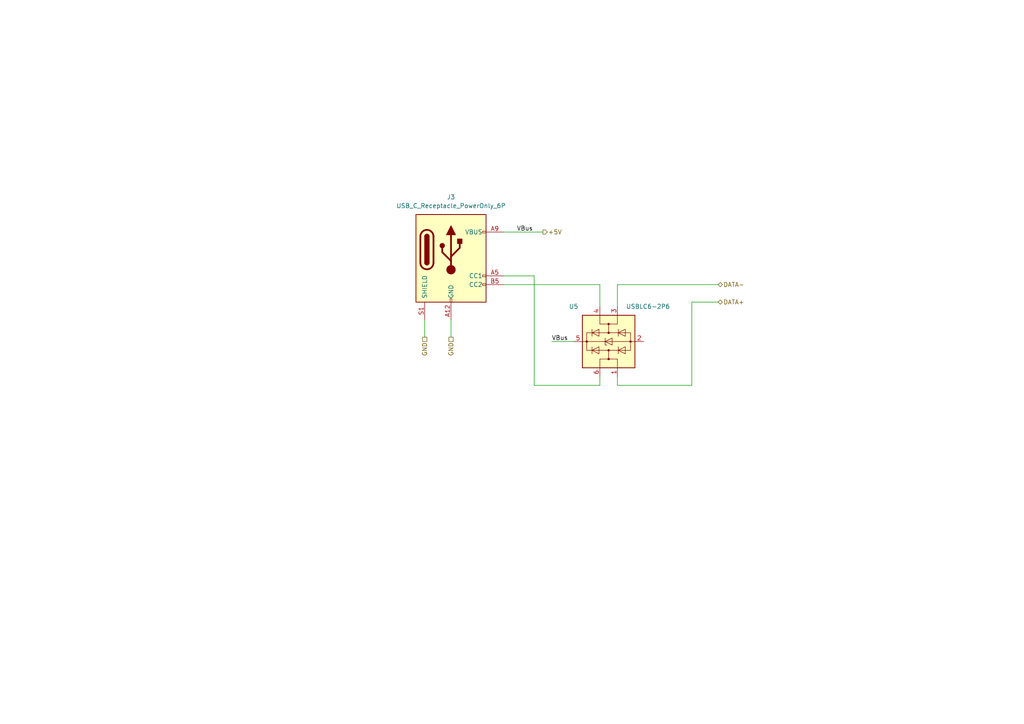
<source format=kicad_sch>
(kicad_sch (version 20230121) (generator eeschema)
  (paper "A4")
  (lib_symbols
    (symbol "Connector:USB_C_Receptacle_PowerOnly_6P" (pin_names (offset 1.016))
      (property "Reference" "J" (at 0 16.51 0))
      (property "Value" "USB_C_Receptacle_PowerOnly_6P" (at 0 13.97 0))
      (symbol "USB_C_Receptacle_PowerOnly_6P_0_0"
        (rectangle (start -0.254 -12.7) (end 0.254 -11.684))
        (rectangle (start 10.16 -7.366) (end 9.144 -7.874))
        (rectangle (start 10.16 -4.826) (end 9.144 -5.334))
        (rectangle (start 10.16 7.874) (end 9.144 7.366))
      )
      (symbol "USB_C_Receptacle_PowerOnly_6P_0_1"
        (rectangle (start -10.16 12.7) (end 10.16 -12.7) (stroke (width 0.254)) (fill (type background)))
        (arc (start -8.89 -1.27) (mid -6.985 -3.1667) (end -5.08 -1.27) (stroke (width 0.508)))
        (arc (start -7.62 -1.27) (mid -6.985 -1.9023) (end -6.35 -1.27) (stroke (width 0.254)))
        (arc (start -7.62 -1.27) (mid -6.985 -1.9023) (end -6.35 -1.27) (stroke (width 0.254)) (fill (type outline)))
        (rectangle (start -7.62 -1.27) (end -6.35 6.35) (stroke (width 0.254)) (fill (type outline)))
        (arc (start -6.35 6.35) (mid -6.985 6.9823) (end -7.62 6.35) (stroke (width 0.254)))
        (arc (start -6.35 6.35) (mid -6.985 6.9823) (end -7.62 6.35) (stroke (width 0.254)) (fill (type outline)))
        (arc (start -5.08 6.35) (mid -6.985 8.2467) (end -8.89 6.35) (stroke (width 0.508)))
        (circle (center -2.54 3.683) (radius 0.635) (stroke (width 0.254)) (fill (type outline)))
        (circle (center 0 -3.302) (radius 1.27) (fill (type outline)))
        (polyline (pts (xy -8.89 -1.27) (xy -8.89 6.35)) (stroke (width 0.508)))
        (polyline (pts (xy -5.08 6.35) (xy -5.08 -1.27)) (stroke (width 0.508)))
        (polyline (pts (xy 0 -3.302) (xy 0 6.858)) (stroke (width 0.508)))
        (polyline (pts (xy 0 -0.762) (xy -2.54 1.778) (xy -2.54 3.048)) (stroke (width 0.508)))
        (polyline (pts (xy 0 0.508) (xy 2.54 3.048) (xy 2.54 4.318)) (stroke (width 0.508)))
        (polyline (pts (xy -1.27 6.858) (xy 0 9.398) (xy 1.27 6.858) (xy -1.27 6.858)) (stroke (width 0.254)) (fill (type outline)))
        (rectangle (start 1.905 4.318) (end 3.175 5.588) (stroke (width 0.254)) (fill (type outline)))
      )
      (symbol "USB_C_Receptacle_PowerOnly_6P_1_1"
        (pin passive line (at 0 -17.78 90) (length 5.08) (name "GND") (number "A12"))
        (pin bidirectional line (at 15.24 -5.08 180) (length 5.08) (name "CC1") (number "A5"))
        (pin passive line (at 15.24 7.62 180) (length 5.08) (name "VBUS") (number "A9"))
        (pin passive line (at 0 -17.78 90) (length 5.08) hide (name "GND") (number "B12"))
        (pin bidirectional line (at 15.24 -7.62 180) (length 5.08) (name "CC2") (number "B5"))
        (pin passive line (at 15.24 7.62 180) (length 5.08) hide (name "VBUS") (number "B9"))
        (pin passive line (at -7.62 -17.78 90) (length 5.08) (name "SHIELD") (number "S1"))
      )
    )
    (symbol "Power_Protection:USBLC6-2P6" (pin_names hide)
      (property "Reference" "U" (at 2.54 8.89 0))
      (property "Value" "USBLC6-2P6" (at 2.54 -8.89 0))
      (symbol "USBLC6-2P6_0_1"
        (rectangle (start -7.62 -7.62) (end 7.62 7.62) (stroke (width 0.254)) (fill (type background)))
        (circle (center -5.08 0) (radius 0.254) (fill (type outline)))
        (circle (center -2.54 0) (radius 0.254) (fill (type outline)))
        (rectangle (start -2.54 6.35) (end 2.54 -6.35))
        (circle (center 0 -6.35) (radius 0.254) (fill (type outline)))
        (polyline (pts (xy -5.08 -2.54) (xy -7.62 -2.54)))
        (polyline (pts (xy -5.08 0) (xy -5.08 -2.54)))
        (polyline (pts (xy -5.08 2.54) (xy -7.62 2.54)))
        (polyline (pts (xy -1.524 -2.794) (xy -3.556 -2.794)))
        (polyline (pts (xy -1.524 4.826) (xy -3.556 4.826)))
        (polyline (pts (xy 0 -7.62) (xy 0 -6.35)))
        (polyline (pts (xy 0 -6.35) (xy 0 1.27)))
        (polyline (pts (xy 0 1.27) (xy 0 6.35)))
        (polyline (pts (xy 0 6.35) (xy 0 7.62)))
        (polyline (pts (xy 1.524 -2.794) (xy 3.556 -2.794)))
        (polyline (pts (xy 1.524 4.826) (xy 3.556 4.826)))
        (polyline (pts (xy 5.08 -2.54) (xy 7.62 -2.54)))
        (polyline (pts (xy 5.08 0) (xy 5.08 -2.54)))
        (polyline (pts (xy 5.08 2.54) (xy 7.62 2.54)))
        (polyline (pts (xy -2.54 0) (xy -5.08 0) (xy -5.08 2.54)))
        (polyline (pts (xy 2.54 0) (xy 5.08 0) (xy 5.08 2.54)))
        (polyline (pts (xy -3.556 -4.826) (xy -1.524 -4.826) (xy -2.54 -2.794) (xy -3.556 -4.826)))
        (polyline (pts (xy -3.556 2.794) (xy -1.524 2.794) (xy -2.54 4.826) (xy -3.556 2.794)))
        (polyline (pts (xy -1.016 -1.016) (xy 1.016 -1.016) (xy 0 1.016) (xy -1.016 -1.016)))
        (polyline (pts (xy 1.016 1.016) (xy 0.762 1.016) (xy -1.016 1.016) (xy -1.016 0.508)))
        (polyline (pts (xy 3.556 -4.826) (xy 1.524 -4.826) (xy 2.54 -2.794) (xy 3.556 -4.826)))
        (polyline (pts (xy 3.556 2.794) (xy 1.524 2.794) (xy 2.54 4.826) (xy 3.556 2.794)))
        (circle (center 0 6.35) (radius 0.254) (fill (type outline)))
        (circle (center 2.54 0) (radius 0.254) (fill (type outline)))
        (circle (center 5.08 0) (radius 0.254) (fill (type outline)))
      )
      (symbol "USBLC6-2P6_1_1"
        (pin passive line (at -10.16 -2.54 0) (length 2.54) (name "I/O1") (number "1"))
        (pin passive line (at 0 -10.16 90) (length 2.54) (name "GND") (number "2"))
        (pin passive line (at 10.16 -2.54 180) (length 2.54) (name "I/O2") (number "3"))
        (pin passive line (at 10.16 2.54 180) (length 2.54) (name "I/O2") (number "4"))
        (pin passive line (at 0 10.16 270) (length 2.54) (name "VBUS") (number "5"))
        (pin passive line (at -10.16 2.54 0) (length 2.54) (name "I/O1") (number "6"))
      )
    )
  )
  (wire (pts (xy 179.07 109.22) (xy 179.07 111.76)))
  (wire (pts (xy 146.05 82.55) (xy 173.99 82.55)))
  (wire (pts (xy 179.07 82.55) (xy 208.28 82.55)))
  (wire (pts (xy 146.05 80.01) (xy 154.94 80.01)))
  (wire (pts (xy 200.66 87.63) (xy 208.28 87.63)))
  (wire (pts (xy 200.66 111.76) (xy 200.66 87.63)))
  (wire (pts (xy 160.02 99.06) (xy 166.37 99.06)))
  (wire (pts (xy 179.07 88.9) (xy 179.07 82.55)))
  (wire (pts (xy 146.05 67.31) (xy 157.48 67.31)))
  (wire (pts (xy 173.99 111.76) (xy 173.99 109.22)))
  (wire (pts (xy 154.94 80.01) (xy 154.94 111.76)))
  (wire (pts (xy 123.19 92.71) (xy 123.19 97.79)))
  (wire (pts (xy 130.81 92.71) (xy 130.81 97.79)))
  (wire (pts (xy 154.94 111.76) (xy 173.99 111.76)))
  (wire (pts (xy 173.99 82.55) (xy 173.99 88.9)))
  (wire (pts (xy 179.07 111.76) (xy 200.66 111.76)))
  (label "VBus" (at 149.86 67.31 0))
  (label "VBus" (at 160.02 99.06 0))
  (hierarchical_label "DATA-" (shape bidirectional) (at 208.28 82.55 0))
  (hierarchical_label "GND" (shape passive) (at 123.19 97.79 270))
  (hierarchical_label "+5V" (shape output) (at 157.48 67.31 0))
  (hierarchical_label "GND" (shape passive) (at 130.81 97.79 270))
  (hierarchical_label "DATA+" (shape bidirectional) (at 208.28 87.63 0))
  (symbol (lib_id "Power_Protection:USBLC6-2P6") (at 176.53 99.06 90) (unit 1)
    (property "Reference" "U5" (at 166.37 88.9 90))
    (property "Value" "USBLC6-2P6" (at 187.96 88.9 90))
    (property "Footprint" "Package_TO_SOT_SMD:SOT-666" (effects hide))
    (property "Datasheet" "https://www.st.com/resource/en/datasheet/usblc6-2.pdf" (effects hide))
    (instances (project "PCB" (path "" (reference "U5") (unit 1)) (path "" (reference "U6") (unit 1))))
  )
  (symbol (lib_id "Connector:USB_C_Receptacle_PowerOnly_6P") (at 130.81 74.93 0) (unit 1)
    (property "Reference" "J3" (at 130.81 57.15 0))
    (property "Value" "USB_C_Receptacle_PowerOnly_6P" (at 130.81 59.69 0))
    (property "Footprint" "Connector_USB:USB_C_Receptacle_GCT_USB4125-xx-x_6P_TopMnt_Horizontal" (effects hide))
    (property "Datasheet" "https://www.usb.org/sites/default/files/documents/usb_type-c.zip" (effects hide))
    (instances (project "PCB" (path "" (reference "J3") (unit 1)) (path "" (reference "J1") (unit 1))))
  )
)
</source>
